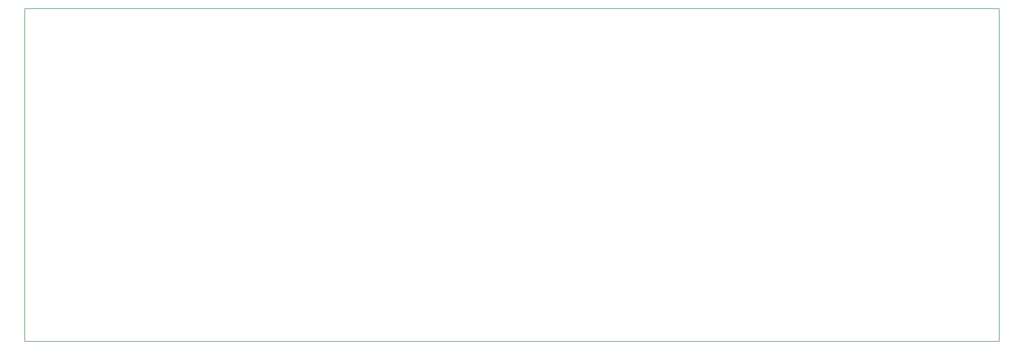
<source format=gbr>
G04 #@! TF.GenerationSoftware,KiCad,Pcbnew,5.1.6-c6e7f7d~86~ubuntu18.04.1*
G04 #@! TF.CreationDate,2020-05-28T23:24:45+02:00*
G04 #@! TF.ProjectId,keyboard-layout,6b657962-6f61-4726-942d-6c61796f7574,rev?*
G04 #@! TF.SameCoordinates,Original*
G04 #@! TF.FileFunction,Profile,NP*
%FSLAX46Y46*%
G04 Gerber Fmt 4.6, Leading zero omitted, Abs format (unit mm)*
G04 Created by KiCad (PCBNEW 5.1.6-c6e7f7d~86~ubuntu18.04.1) date 2020-05-28 23:24:45*
%MOMM*%
%LPD*%
G01*
G04 APERTURE LIST*
G04 #@! TA.AperFunction,Profile*
%ADD10C,0.200000*%
G04 #@! TD*
G04 APERTURE END LIST*
D10*
X17000000Y-17000000D02*
X313512500Y-17000000D01*
X313512500Y-17000000D02*
X313512500Y-118250000D01*
X313512500Y-118250000D02*
X17000000Y-118250000D01*
X17000000Y-118250000D02*
X17000000Y-17000000D01*
X17000000Y-17000000D02*
G75*
G02*
X17000000Y-17000000I0J0D01*
G01*
X313512500Y-17000000D02*
G75*
G03*
X313512500Y-17000000I0J0D01*
G01*
X313512500Y-118250000D02*
G75*
G02*
X313512500Y-118250000I0J0D01*
G01*
X17000000Y-118250000D02*
G75*
G03*
X17000000Y-118250000I0J0D01*
G01*
M02*

</source>
